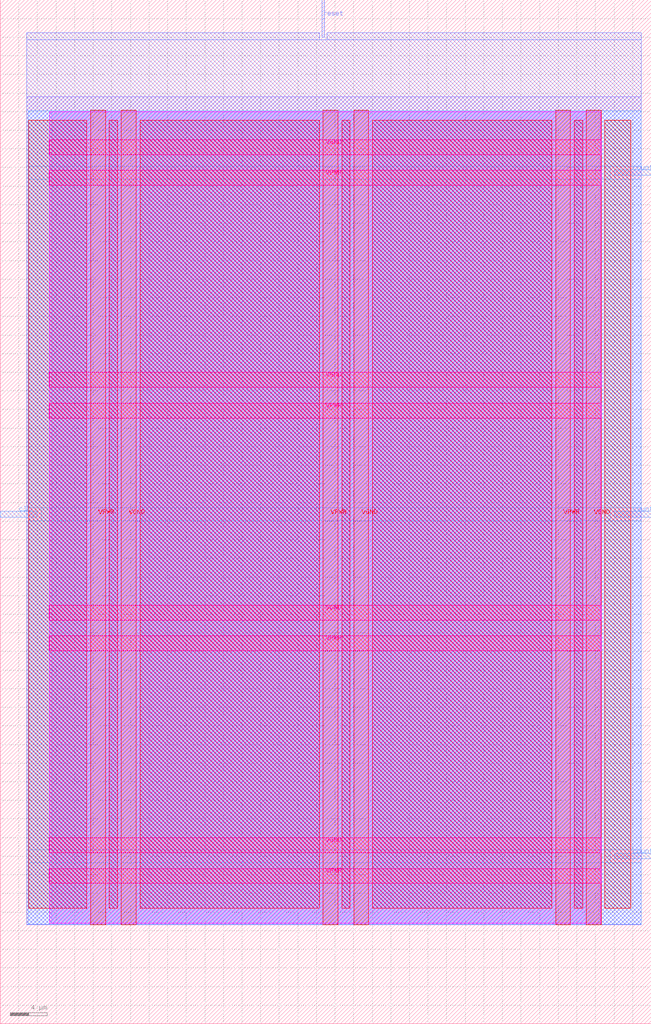
<source format=lef>
VERSION 5.7 ;
  NOWIREEXTENSIONATPIN ON ;
  DIVIDERCHAR "/" ;
  BUSBITCHARS "[]" ;
MACRO zero_to_five_counter
  CLASS BLOCK ;
  FOREIGN zero_to_five_counter ;
  ORIGIN 0.000 0.000 ;
  SIZE 70.000 BY 110.000 ;
  PIN VGND
    DIRECTION INOUT ;
    USE GROUND ;
    PORT
      LAYER met4 ;
        RECT 13.020 10.640 14.620 98.160 ;
    END
    PORT
      LAYER met4 ;
        RECT 38.020 10.640 39.620 98.160 ;
    END
    PORT
      LAYER met4 ;
        RECT 63.020 10.640 64.620 98.160 ;
    END
    PORT
      LAYER met5 ;
        RECT 5.280 18.380 64.640 19.980 ;
    END
    PORT
      LAYER met5 ;
        RECT 5.280 43.380 64.640 44.980 ;
    END
    PORT
      LAYER met5 ;
        RECT 5.280 68.380 64.640 69.980 ;
    END
    PORT
      LAYER met5 ;
        RECT 5.280 93.380 64.640 94.980 ;
    END
  END VGND
  PIN VPWR
    DIRECTION INOUT ;
    USE POWER ;
    PORT
      LAYER met4 ;
        RECT 9.720 10.640 11.320 98.160 ;
    END
    PORT
      LAYER met4 ;
        RECT 34.720 10.640 36.320 98.160 ;
    END
    PORT
      LAYER met4 ;
        RECT 59.720 10.640 61.320 98.160 ;
    END
    PORT
      LAYER met5 ;
        RECT 5.280 15.080 64.640 16.680 ;
    END
    PORT
      LAYER met5 ;
        RECT 5.280 40.080 64.640 41.680 ;
    END
    PORT
      LAYER met5 ;
        RECT 5.280 65.080 64.640 66.680 ;
    END
    PORT
      LAYER met5 ;
        RECT 5.280 90.080 64.640 91.680 ;
    END
  END VPWR
  PIN clk
    DIRECTION INPUT ;
    USE SIGNAL ;
    ANTENNAGATEAREA 0.852000 ;
    PORT
      LAYER met3 ;
        RECT 0.000 54.440 4.000 55.040 ;
    END
  END clk
  PIN count[0]
    DIRECTION OUTPUT ;
    USE SIGNAL ;
    ANTENNADIFFAREA 0.340600 ;
    PORT
      LAYER met3 ;
        RECT 66.000 91.160 70.000 91.760 ;
    END
  END count[0]
  PIN count[1]
    DIRECTION OUTPUT ;
    USE SIGNAL ;
    ANTENNADIFFAREA 0.340600 ;
    PORT
      LAYER met3 ;
        RECT 66.000 54.440 70.000 55.040 ;
    END
  END count[1]
  PIN count[2]
    DIRECTION OUTPUT ;
    USE SIGNAL ;
    ANTENNADIFFAREA 0.340600 ;
    PORT
      LAYER met3 ;
        RECT 66.000 17.720 70.000 18.320 ;
    END
  END count[2]
  PIN reset
    DIRECTION INPUT ;
    USE SIGNAL ;
    ANTENNAGATEAREA 0.742500 ;
    PORT
      LAYER met2 ;
        RECT 34.590 106.000 34.870 110.000 ;
    END
  END reset
  OBS
      LAYER nwell ;
        RECT 5.330 10.795 64.590 98.005 ;
      LAYER li1 ;
        RECT 5.520 10.795 64.400 98.005 ;
      LAYER met1 ;
        RECT 2.830 10.640 68.930 99.580 ;
      LAYER met2 ;
        RECT 2.860 105.720 34.310 106.490 ;
        RECT 35.150 105.720 68.910 106.490 ;
        RECT 2.860 10.695 68.910 105.720 ;
      LAYER met3 ;
        RECT 3.030 92.160 68.935 98.085 ;
        RECT 3.030 90.760 65.600 92.160 ;
        RECT 3.030 55.440 68.935 90.760 ;
        RECT 4.400 54.040 65.600 55.440 ;
        RECT 3.030 18.720 68.935 54.040 ;
        RECT 3.030 17.320 65.600 18.720 ;
        RECT 3.030 10.715 68.935 17.320 ;
      LAYER met4 ;
        RECT 3.055 12.415 9.320 97.065 ;
        RECT 11.720 12.415 12.620 97.065 ;
        RECT 15.020 12.415 34.320 97.065 ;
        RECT 36.720 12.415 37.620 97.065 ;
        RECT 40.020 12.415 59.320 97.065 ;
        RECT 61.720 12.415 62.620 97.065 ;
        RECT 65.020 12.415 67.785 97.065 ;
  END
END zero_to_five_counter
END LIBRARY


</source>
